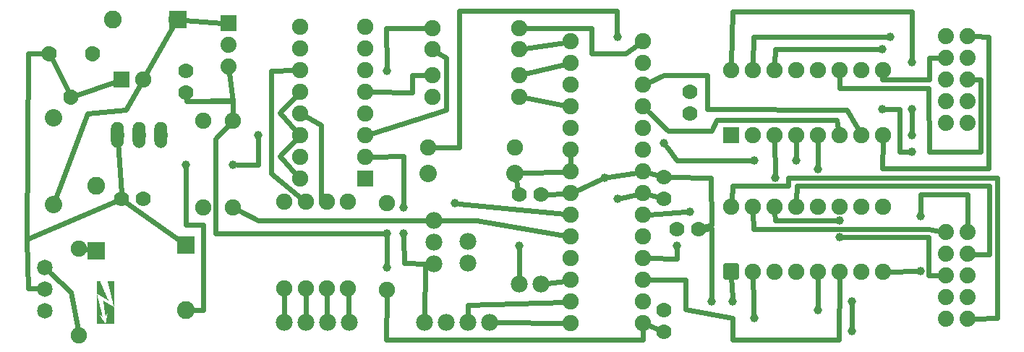
<source format=gbl>
G04 MADE WITH FRITZING*
G04 WWW.FRITZING.ORG*
G04 DOUBLE SIDED*
G04 HOLES PLATED*
G04 CONTOUR ON CENTER OF CONTOUR VECTOR*
%ASAXBY*%
%FSLAX23Y23*%
%MOIN*%
%OFA0B0*%
%SFA1.0B1.0*%
%ADD10C,0.039370*%
%ADD11C,0.070000*%
%ADD12C,0.082000*%
%ADD13C,0.078000*%
%ADD14C,0.075000*%
%ADD15C,0.074000*%
%ADD16C,0.060000*%
%ADD17C,0.080000*%
%ADD18C,0.071889*%
%ADD19C,0.071917*%
%ADD20R,0.082000X0.082000*%
%ADD21R,0.075000X0.075000*%
%ADD22C,0.024000*%
%ADD23C,0.020000*%
%ADD24R,0.001000X0.001000*%
%LNCOPPER0*%
G90*
G70*
G54D10*
X1686Y1277D03*
X2296Y470D03*
X1095Y982D03*
X977Y844D03*
X760Y844D03*
X3674Y825D03*
X2749Y1435D03*
X2749Y687D03*
X3182Y214D03*
X3083Y628D03*
X3477Y785D03*
X2965Y943D03*
X3379Y136D03*
X3674Y175D03*
X1764Y648D03*
X1764Y529D03*
X1686Y529D03*
X3969Y1100D03*
X3024Y470D03*
X2001Y667D03*
X2690Y785D03*
X1686Y372D03*
X4107Y1317D03*
G54D11*
X3022Y549D03*
X3123Y549D03*
X3083Y1081D03*
X3083Y1181D03*
G54D12*
X760Y475D03*
X760Y175D03*
G54D13*
X1512Y116D03*
X1412Y116D03*
X1312Y116D03*
X1212Y116D03*
X2396Y293D03*
X2296Y293D03*
X2060Y492D03*
X2060Y392D03*
X1902Y588D03*
X1902Y488D03*
X1902Y388D03*
G54D14*
X1876Y923D03*
X2276Y923D03*
X977Y1048D03*
X977Y648D03*
G54D15*
X4264Y1438D03*
X4364Y1438D03*
X4264Y1338D03*
X4364Y1338D03*
X4264Y1238D03*
X4364Y1238D03*
X4264Y1138D03*
X4364Y1138D03*
X4264Y1038D03*
X4364Y1038D03*
X4264Y533D03*
X4364Y533D03*
X4264Y433D03*
X4364Y433D03*
X4264Y333D03*
X4364Y333D03*
X4264Y233D03*
X4364Y233D03*
X4264Y133D03*
X4364Y133D03*
G54D13*
X1860Y116D03*
X1960Y116D03*
X2060Y116D03*
X2160Y116D03*
G54D14*
X2867Y113D03*
X2867Y213D03*
X2867Y313D03*
X2867Y413D03*
X2867Y513D03*
X2867Y613D03*
X2867Y713D03*
X2867Y813D03*
X2867Y913D03*
X2867Y1013D03*
X2867Y1113D03*
X2867Y1213D03*
X2867Y1313D03*
X2534Y1413D03*
X2534Y1313D03*
X2534Y1213D03*
X2534Y1113D03*
X2534Y1013D03*
X2534Y913D03*
X2534Y813D03*
X2534Y713D03*
X2534Y613D03*
X2534Y513D03*
X2534Y413D03*
X2534Y313D03*
X2534Y213D03*
X2534Y113D03*
X2867Y1413D03*
G54D15*
X957Y1497D03*
X957Y1397D03*
X957Y1297D03*
G54D14*
X1587Y781D03*
X1287Y781D03*
X1587Y881D03*
X1287Y881D03*
X1587Y981D03*
X1287Y981D03*
X1587Y1081D03*
X1287Y1081D03*
X1587Y1181D03*
X1287Y1181D03*
X1587Y1281D03*
X1287Y1281D03*
X1587Y1381D03*
X1287Y1381D03*
X1587Y1481D03*
X1287Y1481D03*
G54D11*
X331Y1356D03*
X131Y1356D03*
X231Y1156D03*
G54D14*
X3274Y352D03*
X3274Y652D03*
X3374Y352D03*
X3374Y652D03*
X3474Y352D03*
X3474Y652D03*
X3574Y352D03*
X3574Y652D03*
X3674Y352D03*
X3674Y652D03*
X3774Y352D03*
X3774Y652D03*
X3874Y352D03*
X3874Y652D03*
X3974Y352D03*
X3974Y652D03*
X3274Y982D03*
X3274Y1282D03*
X3374Y982D03*
X3374Y1282D03*
X3474Y982D03*
X3474Y1282D03*
X3574Y982D03*
X3574Y1282D03*
X3674Y982D03*
X3674Y1282D03*
X3774Y982D03*
X3774Y1282D03*
X3874Y982D03*
X3874Y1282D03*
X3974Y982D03*
X3974Y1282D03*
G54D12*
X721Y1514D03*
X423Y1514D03*
G54D16*
X646Y982D03*
X546Y982D03*
X446Y982D03*
G54D14*
X464Y1238D03*
X564Y1238D03*
G54D11*
X760Y1279D03*
X760Y1179D03*
G54D14*
X1213Y674D03*
X1213Y274D03*
X1312Y674D03*
X1312Y274D03*
X1410Y674D03*
X1410Y274D03*
X1508Y674D03*
X1508Y274D03*
X2296Y1159D03*
X1896Y1159D03*
X2296Y1258D03*
X1896Y1258D03*
X2296Y1376D03*
X1896Y1376D03*
X2296Y1474D03*
X1896Y1474D03*
G54D17*
X150Y1061D03*
X150Y661D03*
G54D14*
X839Y1048D03*
X839Y648D03*
G54D11*
X463Y687D03*
X564Y687D03*
G54D12*
X347Y448D03*
X347Y746D03*
G54D17*
X2276Y805D03*
X1876Y805D03*
G54D11*
X2396Y707D03*
X2296Y707D03*
X2965Y687D03*
X2965Y787D03*
G54D14*
X1686Y667D03*
X1686Y267D03*
G54D11*
X2965Y175D03*
X2965Y75D03*
G54D14*
X268Y457D03*
X268Y57D03*
G54D18*
X111Y172D03*
X111Y272D03*
G54D19*
X111Y372D03*
G54D10*
X4107Y982D03*
X4107Y1100D03*
X4008Y1435D03*
X4107Y903D03*
X3970Y1377D03*
X3379Y864D03*
X3575Y864D03*
X3279Y215D03*
X3831Y215D03*
X3831Y76D03*
X3772Y589D03*
X3772Y510D03*
X4146Y608D03*
X4146Y353D03*
G54D20*
X760Y475D03*
G54D21*
X1587Y781D03*
X3274Y982D03*
G54D20*
X722Y1514D03*
G54D21*
X464Y1238D03*
G54D20*
X347Y447D03*
G54D22*
X1685Y1474D02*
X1867Y1474D01*
D02*
X1686Y1296D02*
X1685Y1474D01*
D02*
X2506Y309D02*
X2426Y297D01*
D02*
X2296Y451D02*
X2296Y323D01*
D02*
X1095Y845D02*
X996Y844D01*
D02*
X1095Y963D02*
X1095Y845D01*
D02*
X761Y569D02*
X839Y569D01*
D02*
X839Y569D02*
X839Y174D01*
D02*
X839Y174D02*
X793Y175D01*
D02*
X760Y825D02*
X761Y569D01*
D02*
X1212Y146D02*
X1213Y245D01*
D02*
X4049Y904D02*
X4049Y1100D01*
D02*
X4088Y904D02*
X4049Y904D01*
D02*
X4049Y1100D02*
X3988Y1100D01*
D02*
X3674Y844D02*
X3674Y954D01*
D02*
X2894Y706D02*
X2940Y694D01*
D02*
X3148Y557D02*
X3182Y568D01*
D02*
X3182Y568D02*
X3181Y785D01*
D02*
X3181Y785D02*
X2991Y787D01*
D02*
X2767Y691D02*
X2839Y707D01*
D02*
X2747Y1553D02*
X2748Y1454D01*
D02*
X2019Y923D02*
X2021Y1553D01*
D02*
X1905Y923D02*
X2019Y923D01*
D02*
X2021Y1553D02*
X2747Y1553D01*
D02*
X3182Y233D02*
X3182Y550D01*
D02*
X3182Y550D02*
X3149Y549D01*
D02*
X3378Y215D02*
X3375Y324D01*
D02*
X3360Y864D02*
X3024Y864D01*
D02*
X3574Y954D02*
X3575Y883D01*
D02*
X3024Y864D02*
X2977Y928D01*
D02*
X3477Y804D02*
X3474Y954D01*
D02*
X2895Y615D02*
X3064Y627D01*
D02*
X3279Y747D02*
X3536Y747D01*
D02*
X4501Y785D02*
X4501Y136D01*
D02*
X3536Y785D02*
X4501Y785D01*
D02*
X3536Y747D02*
X3536Y785D01*
D02*
X3276Y681D02*
X3279Y747D01*
D02*
X3378Y215D02*
X3378Y155D01*
D02*
X1765Y884D02*
X1764Y667D01*
D02*
X1616Y881D02*
X1765Y884D01*
D02*
X3674Y194D02*
X3674Y324D01*
D02*
X4501Y136D02*
X4396Y133D01*
D02*
X1686Y510D02*
X1686Y391D01*
D02*
X1765Y510D02*
X1766Y392D01*
D02*
X1766Y392D02*
X1872Y389D01*
D02*
X2190Y116D02*
X2506Y113D01*
D02*
X1511Y146D02*
X1509Y245D01*
D02*
X1411Y146D02*
X1410Y245D01*
D02*
X2506Y1409D02*
X2324Y1380D01*
D02*
X2507Y1307D02*
X2324Y1264D01*
D02*
X1312Y146D02*
X1312Y245D01*
D02*
X2507Y1118D02*
X2324Y1154D01*
D02*
X2630Y1357D02*
X2629Y1474D01*
D02*
X2629Y1474D02*
X2325Y1474D01*
D02*
X2788Y1357D02*
X2630Y1357D01*
D02*
X2844Y1397D02*
X2788Y1357D01*
D02*
X2059Y146D02*
X2059Y196D01*
D02*
X2059Y196D02*
X2506Y212D01*
D02*
X1804Y1257D02*
X1867Y1257D01*
D02*
X1804Y1179D02*
X1804Y1257D01*
D02*
X1616Y1180D02*
X1804Y1179D01*
D02*
X4185Y1199D02*
X3773Y1199D01*
D02*
X4422Y903D02*
X4186Y903D01*
D02*
X4422Y1239D02*
X4422Y903D01*
D02*
X4186Y903D02*
X4185Y1199D01*
D02*
X4396Y1238D02*
X4422Y1239D01*
D02*
X3773Y1199D02*
X3773Y1254D01*
D02*
X4186Y1336D02*
X4186Y1237D01*
D02*
X4233Y1337D02*
X4186Y1336D01*
D02*
X3970Y1238D02*
X3972Y1254D01*
D02*
X4186Y1237D02*
X3970Y1238D01*
D02*
X4461Y1435D02*
X4460Y826D01*
D02*
X3970Y826D02*
X3973Y954D01*
D02*
X4460Y826D02*
X3970Y826D01*
D02*
X1312Y1066D02*
X1383Y1026D01*
D02*
X1383Y1026D02*
X1383Y690D01*
D02*
X1383Y690D02*
X1386Y688D01*
D02*
X2291Y732D02*
X2282Y775D01*
D02*
X2506Y812D02*
X2307Y806D01*
D02*
X2534Y885D02*
X2534Y841D01*
D02*
X3280Y136D02*
X3280Y38D01*
D02*
X3280Y38D02*
X3771Y38D01*
D02*
X3062Y176D02*
X3280Y136D01*
D02*
X3062Y314D02*
X3062Y176D01*
D02*
X2895Y313D02*
X3062Y314D01*
D02*
X3771Y38D02*
X3774Y324D01*
D02*
X1615Y989D02*
X1959Y1098D01*
D02*
X1959Y1098D02*
X1959Y1338D01*
D02*
X1959Y1338D02*
X1920Y1361D01*
D02*
X1259Y1280D02*
X1153Y1279D01*
D02*
X1153Y1279D02*
X1155Y805D01*
D02*
X1155Y805D02*
X1290Y692D01*
D02*
X2887Y1094D02*
X2985Y1002D01*
D02*
X2985Y1002D02*
X3182Y1002D01*
D02*
X3182Y1002D02*
X3207Y1050D01*
D02*
X3207Y1050D02*
X3759Y1050D01*
D02*
X3759Y1050D02*
X3768Y1010D01*
D02*
X3023Y412D02*
X3024Y451D01*
D02*
X2895Y413D02*
X3023Y412D01*
D02*
X2892Y1225D02*
X2964Y1259D01*
D02*
X2964Y1259D02*
X3162Y1258D01*
D02*
X3162Y1258D02*
X3162Y1101D01*
D02*
X3162Y1101D02*
X3807Y1098D01*
D02*
X3807Y1098D02*
X3860Y1007D01*
D02*
X2099Y588D02*
X1932Y588D01*
D02*
X2507Y518D02*
X2099Y588D01*
D02*
X1003Y635D02*
X1095Y589D01*
D02*
X1095Y589D02*
X1872Y589D01*
D02*
X927Y1499D02*
X753Y1511D01*
D02*
X578Y1263D02*
X705Y1486D01*
D02*
X161Y690D02*
X308Y1081D01*
D02*
X485Y1099D02*
X550Y1213D01*
D02*
X308Y1081D02*
X485Y1099D01*
D02*
X297Y454D02*
X315Y452D01*
D02*
X135Y349D02*
X231Y258D01*
D02*
X231Y258D02*
X263Y85D01*
D02*
X2506Y616D02*
X2020Y665D01*
D02*
X2893Y103D02*
X2941Y84D01*
D02*
X978Y1140D02*
X977Y1076D01*
D02*
X762Y1139D02*
X978Y1140D01*
D02*
X761Y1153D02*
X762Y1139D01*
D02*
X762Y1139D02*
X761Y1153D01*
D02*
X976Y1139D02*
X762Y1139D01*
D02*
X961Y1267D02*
X976Y1139D01*
D02*
X1667Y529D02*
X897Y528D01*
D02*
X898Y963D02*
X958Y1027D01*
D02*
X897Y528D02*
X898Y963D01*
D02*
X1193Y1084D02*
X1267Y1160D01*
D02*
X1268Y1002D02*
X1193Y1084D01*
D02*
X1194Y885D02*
X1267Y960D01*
D02*
X1268Y802D02*
X1194Y885D01*
D02*
X28Y502D02*
X439Y677D01*
D02*
X32Y275D02*
X28Y502D01*
D02*
X78Y273D02*
X32Y275D01*
D02*
X485Y672D02*
X734Y494D01*
D02*
X462Y713D02*
X447Y951D01*
D02*
X142Y1333D02*
X219Y1180D01*
D02*
X32Y1357D02*
X104Y1357D01*
D02*
X28Y502D02*
X32Y1357D01*
D02*
X255Y1165D02*
X437Y1229D01*
D02*
X2894Y806D02*
X2940Y794D01*
D02*
X2839Y809D02*
X2708Y788D01*
D02*
X2672Y777D02*
X2560Y725D01*
D02*
X2506Y712D02*
X2422Y708D01*
D02*
X4107Y1552D02*
X4107Y1336D01*
D02*
X3281Y1552D02*
X4107Y1552D01*
D02*
X3275Y1311D02*
X3281Y1552D01*
D02*
X1684Y36D02*
X2866Y36D01*
D02*
X2866Y36D02*
X2866Y85D01*
D02*
X1686Y239D02*
X1684Y36D01*
D02*
X1862Y371D02*
X1875Y376D01*
D02*
X1860Y146D02*
X1862Y371D01*
D02*
X4107Y1001D02*
X4107Y1081D01*
D02*
X3989Y1435D02*
X3378Y1435D01*
D02*
X3378Y1435D02*
X3375Y1311D01*
D02*
X3951Y1377D02*
X3477Y1377D01*
D02*
X3477Y1377D02*
X3475Y1311D01*
D02*
X4395Y1437D02*
X4461Y1435D01*
D02*
X3279Y234D02*
X3275Y324D01*
D02*
X3831Y95D02*
X3831Y196D01*
D02*
X4462Y430D02*
X4396Y432D01*
D02*
X3576Y747D02*
X4462Y747D01*
D02*
X4462Y747D02*
X4462Y430D01*
D02*
X3574Y681D02*
X3576Y747D01*
D02*
X3378Y549D02*
X3375Y624D01*
D02*
X4185Y549D02*
X3378Y549D01*
D02*
X4234Y539D02*
X4185Y549D01*
D02*
X3477Y589D02*
X3475Y624D01*
D02*
X3753Y589D02*
X3477Y589D01*
D02*
X4185Y510D02*
X3791Y510D01*
D02*
X4185Y333D02*
X4185Y510D01*
D02*
X4233Y333D02*
X4185Y333D01*
D02*
X4127Y353D02*
X4002Y352D01*
D02*
X4146Y707D02*
X4146Y627D01*
D02*
X4363Y707D02*
X4146Y707D01*
D02*
X4364Y564D02*
X4363Y707D01*
G36*
X429Y308D02*
X429Y191D01*
X428Y191D01*
X428Y194D01*
X427Y194D01*
X427Y197D01*
X427Y197D01*
X427Y200D01*
X426Y200D01*
X426Y202D01*
X425Y202D01*
X425Y203D01*
X426Y203D01*
X426Y203D01*
X425Y203D01*
X425Y206D01*
X424Y206D01*
X424Y209D01*
X424Y209D01*
X424Y213D01*
X423Y213D01*
X423Y214D01*
X422Y214D01*
X422Y215D01*
X423Y215D01*
X423Y216D01*
X422Y216D01*
X422Y218D01*
X421Y218D01*
X421Y222D01*
X421Y222D01*
X421Y223D01*
X420Y223D01*
X420Y224D01*
X421Y224D01*
X421Y225D01*
X420Y225D01*
X420Y226D01*
X419Y226D01*
X419Y227D01*
X420Y227D01*
X420Y228D01*
X419Y228D01*
X419Y229D01*
X418Y229D01*
X418Y230D01*
X419Y230D01*
X419Y231D01*
X418Y231D01*
X418Y233D01*
X417Y233D01*
X417Y233D01*
X418Y233D01*
X418Y234D01*
X417Y234D01*
X417Y236D01*
X417Y236D01*
X417Y239D01*
X416Y239D01*
X416Y243D01*
X415Y243D01*
X415Y246D01*
X414Y246D01*
X414Y249D01*
X414Y249D01*
X414Y252D01*
X413Y252D01*
X413Y255D01*
X412Y255D01*
X412Y258D01*
X411Y258D01*
X411Y261D01*
X411Y261D01*
X411Y264D01*
X410Y264D01*
X410Y267D01*
X409Y267D01*
X409Y270D01*
X408Y270D01*
X408Y273D01*
X407Y273D01*
X407Y276D01*
X407Y276D01*
X407Y279D01*
X406Y279D01*
X406Y281D01*
X405Y281D01*
X405Y282D01*
X406Y282D01*
X406Y283D01*
X405Y283D01*
X405Y285D01*
X404Y285D01*
X404Y288D01*
X404Y288D01*
X404Y291D01*
X403Y291D01*
X403Y294D01*
X402Y294D01*
X402Y297D01*
X401Y297D01*
X401Y300D01*
X401Y300D01*
X401Y303D01*
X400Y303D01*
X400Y306D01*
X399Y306D01*
X399Y308D01*
X429Y308D01*
G37*
D02*
G36*
X364Y308D02*
X364Y307D01*
X365Y307D01*
X365Y306D01*
X366Y306D01*
X366Y303D01*
X367Y303D01*
X367Y302D01*
X367Y302D01*
X367Y300D01*
X368Y300D01*
X368Y298D01*
X369Y298D01*
X369Y296D01*
X370Y296D01*
X370Y295D01*
X371Y295D01*
X371Y293D01*
X371Y293D01*
X371Y291D01*
X372Y291D01*
X372Y289D01*
X373Y289D01*
X373Y288D01*
X374Y288D01*
X374Y286D01*
X374Y286D01*
X374Y284D01*
X375Y284D01*
X375Y283D01*
X376Y283D01*
X376Y280D01*
X377Y280D01*
X377Y279D01*
X377Y279D01*
X377Y277D01*
X378Y277D01*
X378Y275D01*
X379Y275D01*
X379Y273D01*
X380Y273D01*
X380Y272D01*
X381Y272D01*
X381Y270D01*
X381Y270D01*
X381Y268D01*
X382Y268D01*
X382Y266D01*
X383Y266D01*
X383Y265D01*
X384Y265D01*
X384Y263D01*
X384Y263D01*
X384Y261D01*
X385Y261D01*
X385Y259D01*
X386Y259D01*
X386Y258D01*
X387Y258D01*
X387Y256D01*
X387Y256D01*
X387Y254D01*
X388Y254D01*
X388Y253D01*
X389Y253D01*
X389Y250D01*
X390Y250D01*
X390Y249D01*
X391Y249D01*
X391Y247D01*
X391Y247D01*
X391Y245D01*
X392Y245D01*
X392Y243D01*
X393Y243D01*
X393Y242D01*
X394Y242D01*
X394Y240D01*
X394Y240D01*
X394Y238D01*
X395Y238D01*
X395Y236D01*
X396Y236D01*
X396Y235D01*
X397Y235D01*
X397Y233D01*
X397Y233D01*
X397Y231D01*
X398Y231D01*
X398Y229D01*
X399Y229D01*
X399Y227D01*
X400Y227D01*
X400Y226D01*
X401Y226D01*
X401Y224D01*
X401Y224D01*
X401Y223D01*
X402Y223D01*
X402Y220D01*
X403Y220D01*
X403Y219D01*
X401Y219D01*
X401Y219D01*
X401Y219D01*
X401Y220D01*
X399Y220D01*
X399Y221D01*
X397Y221D01*
X397Y222D01*
X396Y222D01*
X396Y223D01*
X395Y223D01*
X395Y223D01*
X394Y223D01*
X394Y224D01*
X393Y224D01*
X393Y225D01*
X391Y225D01*
X391Y226D01*
X390Y226D01*
X390Y226D01*
X389Y226D01*
X389Y227D01*
X387Y227D01*
X387Y228D01*
X386Y228D01*
X386Y229D01*
X384Y229D01*
X384Y229D01*
X384Y229D01*
X384Y230D01*
X382Y230D01*
X382Y231D01*
X381Y231D01*
X381Y232D01*
X380Y232D01*
X380Y233D01*
X378Y233D01*
X378Y233D01*
X377Y233D01*
X377Y234D01*
X376Y234D01*
X376Y235D01*
X374Y235D01*
X374Y236D01*
X373Y236D01*
X373Y236D01*
X372Y236D01*
X372Y237D01*
X371Y237D01*
X371Y238D01*
X369Y238D01*
X369Y239D01*
X368Y239D01*
X368Y239D01*
X367Y239D01*
X367Y240D01*
X365Y240D01*
X365Y241D01*
X364Y241D01*
X364Y242D01*
X363Y242D01*
X363Y243D01*
X361Y243D01*
X361Y243D01*
X360Y243D01*
X360Y244D01*
X359Y244D01*
X359Y245D01*
X357Y245D01*
X357Y246D01*
X356Y246D01*
X356Y246D01*
X355Y246D01*
X355Y247D01*
X354Y247D01*
X354Y248D01*
X352Y248D01*
X352Y249D01*
X351Y249D01*
X351Y308D01*
X364Y308D01*
G37*
D02*
G36*
X351Y247D02*
X351Y244D01*
X352Y244D01*
X352Y241D01*
X353Y241D01*
X353Y238D01*
X354Y238D01*
X354Y235D01*
X354Y235D01*
X354Y232D01*
X355Y232D01*
X355Y229D01*
X356Y229D01*
X356Y226D01*
X357Y226D01*
X357Y223D01*
X357Y223D01*
X357Y219D01*
X358Y219D01*
X358Y216D01*
X359Y216D01*
X359Y213D01*
X360Y213D01*
X360Y210D01*
X361Y210D01*
X361Y207D01*
X361Y207D01*
X361Y204D01*
X362Y204D01*
X362Y201D01*
X363Y201D01*
X363Y198D01*
X364Y198D01*
X364Y196D01*
X364Y196D01*
X364Y195D01*
X364Y195D01*
X364Y194D01*
X364Y194D01*
X364Y193D01*
X365Y193D01*
X365Y189D01*
X366Y189D01*
X366Y186D01*
X367Y186D01*
X367Y186D01*
X366Y186D01*
X366Y185D01*
X367Y185D01*
X367Y183D01*
X367Y183D01*
X367Y180D01*
X368Y180D01*
X368Y177D01*
X369Y177D01*
X369Y174D01*
X370Y174D01*
X370Y171D01*
X371Y171D01*
X371Y168D01*
X371Y168D01*
X371Y165D01*
X372Y165D01*
X372Y162D01*
X373Y162D01*
X373Y159D01*
X374Y159D01*
X374Y156D01*
X374Y156D01*
X374Y153D01*
X363Y153D01*
X363Y151D01*
X364Y151D01*
X364Y149D01*
X364Y149D01*
X364Y149D01*
X365Y149D01*
X365Y147D01*
X366Y147D01*
X366Y146D01*
X367Y146D01*
X367Y145D01*
X367Y145D01*
X367Y144D01*
X368Y144D01*
X368Y143D01*
X369Y143D01*
X369Y142D01*
X370Y142D01*
X370Y140D01*
X371Y140D01*
X371Y139D01*
X371Y139D01*
X371Y138D01*
X372Y138D01*
X372Y137D01*
X373Y137D01*
X373Y136D01*
X374Y136D01*
X374Y134D01*
X374Y134D01*
X374Y133D01*
X375Y133D01*
X375Y132D01*
X376Y132D01*
X376Y131D01*
X377Y131D01*
X377Y130D01*
X377Y130D01*
X377Y129D01*
X378Y129D01*
X378Y127D01*
X379Y127D01*
X379Y126D01*
X380Y126D01*
X380Y125D01*
X381Y125D01*
X381Y124D01*
X381Y124D01*
X381Y123D01*
X382Y123D01*
X382Y122D01*
X383Y122D01*
X383Y120D01*
X384Y120D01*
X384Y120D01*
X384Y120D01*
X384Y118D01*
X385Y118D01*
X385Y117D01*
X386Y117D01*
X386Y116D01*
X387Y116D01*
X387Y115D01*
X387Y115D01*
X387Y113D01*
X388Y113D01*
X388Y113D01*
X389Y113D01*
X389Y112D01*
X390Y112D01*
X390Y111D01*
X351Y111D01*
X351Y247D01*
X351Y247D01*
G37*
D02*
G36*
X375Y153D02*
X375Y149D01*
X376Y149D01*
X376Y146D01*
X377Y146D01*
X377Y145D01*
X375Y145D01*
X375Y146D01*
X374Y146D01*
X374Y146D01*
X373Y146D01*
X373Y147D01*
X371Y147D01*
X371Y148D01*
X370Y148D01*
X370Y149D01*
X369Y149D01*
X369Y149D01*
X367Y149D01*
X367Y150D01*
X366Y150D01*
X366Y151D01*
X364Y151D01*
X364Y152D01*
X364Y152D01*
X364Y153D01*
X375Y153D01*
G37*
D02*
G36*
X404Y219D02*
X404Y218D01*
X403Y218D01*
X403Y219D01*
X404Y219D01*
G37*
D02*
G36*
X381Y217D02*
X381Y216D01*
X381Y216D01*
X381Y216D01*
X383Y216D01*
X383Y215D01*
X384Y215D01*
X384Y214D01*
X386Y214D01*
X386Y213D01*
X387Y213D01*
X387Y213D01*
X388Y213D01*
X388Y212D01*
X390Y212D01*
X390Y211D01*
X391Y211D01*
X391Y210D01*
X392Y210D01*
X392Y209D01*
X394Y209D01*
X394Y209D01*
X394Y209D01*
X394Y208D01*
X396Y208D01*
X396Y207D01*
X397Y207D01*
X397Y206D01*
X399Y206D01*
X399Y206D01*
X400Y206D01*
X400Y205D01*
X401Y205D01*
X401Y204D01*
X403Y204D01*
X403Y203D01*
X404Y203D01*
X404Y203D01*
X405Y203D01*
X405Y202D01*
X407Y202D01*
X407Y201D01*
X408Y201D01*
X408Y200D01*
X410Y200D01*
X410Y199D01*
X411Y199D01*
X411Y199D01*
X412Y199D01*
X412Y198D01*
X414Y198D01*
X414Y197D01*
X414Y197D01*
X414Y196D01*
X416Y196D01*
X416Y196D01*
X417Y196D01*
X417Y195D01*
X419Y195D01*
X419Y194D01*
X420Y194D01*
X420Y193D01*
X421Y193D01*
X421Y193D01*
X423Y193D01*
X423Y192D01*
X424Y192D01*
X424Y191D01*
X426Y191D01*
X426Y190D01*
X427Y190D01*
X427Y189D01*
X428Y189D01*
X428Y189D01*
X429Y189D01*
X429Y159D01*
X399Y159D01*
X399Y158D01*
X398Y158D01*
X398Y157D01*
X397Y157D01*
X397Y156D01*
X397Y156D01*
X397Y156D01*
X396Y156D01*
X396Y154D01*
X395Y154D01*
X395Y153D01*
X394Y153D01*
X394Y153D01*
X394Y153D01*
X394Y151D01*
X393Y151D01*
X393Y150D01*
X392Y150D01*
X392Y149D01*
X391Y149D01*
X391Y148D01*
X391Y148D01*
X391Y147D01*
X390Y147D01*
X390Y148D01*
X389Y148D01*
X389Y153D01*
X388Y153D01*
X388Y153D01*
X389Y153D01*
X389Y154D01*
X388Y154D01*
X388Y157D01*
X387Y157D01*
X387Y158D01*
X388Y158D01*
X388Y159D01*
X387Y159D01*
X387Y164D01*
X387Y164D01*
X387Y168D01*
X386Y168D01*
X386Y169D01*
X387Y169D01*
X387Y169D01*
X386Y169D01*
X386Y173D01*
X385Y173D01*
X385Y174D01*
X386Y174D01*
X386Y175D01*
X385Y175D01*
X385Y179D01*
X384Y179D01*
X384Y179D01*
X385Y179D01*
X385Y180D01*
X384Y180D01*
X384Y184D01*
X384Y184D01*
X384Y185D01*
X384Y185D01*
X384Y186D01*
X384Y186D01*
X384Y189D01*
X383Y189D01*
X383Y190D01*
X384Y190D01*
X384Y191D01*
X383Y191D01*
X383Y196D01*
X382Y196D01*
X382Y201D01*
X381Y201D01*
X381Y206D01*
X381Y206D01*
X381Y212D01*
X380Y212D01*
X380Y216D01*
X379Y216D01*
X379Y216D01*
X380Y216D01*
X380Y217D01*
X381Y217D01*
G37*
D02*
G36*
X429Y159D02*
X429Y111D01*
X391Y111D01*
X391Y115D01*
X391Y115D01*
X391Y119D01*
X392Y119D01*
X392Y123D01*
X393Y123D01*
X393Y126D01*
X394Y126D01*
X394Y130D01*
X394Y130D01*
X394Y133D01*
X395Y133D01*
X395Y133D01*
X394Y133D01*
X394Y134D01*
X395Y134D01*
X395Y138D01*
X396Y138D01*
X396Y140D01*
X397Y140D01*
X397Y141D01*
X396Y141D01*
X396Y142D01*
X397Y142D01*
X397Y144D01*
X397Y144D01*
X397Y145D01*
X397Y145D01*
X397Y146D01*
X397Y146D01*
X397Y149D01*
X398Y149D01*
X398Y153D01*
X399Y153D01*
X399Y156D01*
X400Y156D01*
X400Y159D01*
X429Y159D01*
G37*
D02*
G36*
X390Y147D02*
X390Y146D01*
X389Y146D01*
X389Y147D01*
X390Y147D01*
G37*
D02*
G54D23*
X3246Y380D02*
X3301Y380D01*
X3301Y325D01*
X3246Y325D01*
X3246Y380D01*
D02*
G54D24*
X920Y1534D02*
X993Y1534D01*
X920Y1533D02*
X993Y1533D01*
X920Y1532D02*
X993Y1532D01*
X920Y1531D02*
X993Y1531D01*
X920Y1530D02*
X993Y1530D01*
X920Y1529D02*
X993Y1529D01*
X920Y1528D02*
X993Y1528D01*
X920Y1527D02*
X993Y1527D01*
X920Y1526D02*
X993Y1526D01*
X920Y1525D02*
X993Y1525D01*
X920Y1524D02*
X993Y1524D01*
X920Y1523D02*
X993Y1523D01*
X920Y1522D02*
X993Y1522D01*
X920Y1521D02*
X993Y1521D01*
X920Y1520D02*
X993Y1520D01*
X920Y1519D02*
X993Y1519D01*
X920Y1518D02*
X993Y1518D01*
X920Y1517D02*
X993Y1517D01*
X920Y1516D02*
X951Y1516D01*
X963Y1516D02*
X993Y1516D01*
X920Y1515D02*
X948Y1515D01*
X965Y1515D02*
X993Y1515D01*
X920Y1514D02*
X946Y1514D01*
X967Y1514D02*
X993Y1514D01*
X920Y1513D02*
X945Y1513D01*
X969Y1513D02*
X993Y1513D01*
X920Y1512D02*
X943Y1512D01*
X970Y1512D02*
X993Y1512D01*
X920Y1511D02*
X942Y1511D01*
X971Y1511D02*
X993Y1511D01*
X920Y1510D02*
X941Y1510D01*
X972Y1510D02*
X993Y1510D01*
X920Y1509D02*
X941Y1509D01*
X973Y1509D02*
X993Y1509D01*
X920Y1508D02*
X940Y1508D01*
X974Y1508D02*
X993Y1508D01*
X920Y1507D02*
X939Y1507D01*
X974Y1507D02*
X993Y1507D01*
X920Y1506D02*
X939Y1506D01*
X975Y1506D02*
X993Y1506D01*
X920Y1505D02*
X938Y1505D01*
X975Y1505D02*
X993Y1505D01*
X920Y1504D02*
X938Y1504D01*
X976Y1504D02*
X993Y1504D01*
X920Y1503D02*
X937Y1503D01*
X976Y1503D02*
X993Y1503D01*
X920Y1502D02*
X937Y1502D01*
X976Y1502D02*
X993Y1502D01*
X920Y1501D02*
X937Y1501D01*
X976Y1501D02*
X993Y1501D01*
X920Y1500D02*
X937Y1500D01*
X977Y1500D02*
X993Y1500D01*
X920Y1499D02*
X937Y1499D01*
X977Y1499D02*
X993Y1499D01*
X920Y1498D02*
X937Y1498D01*
X977Y1498D02*
X993Y1498D01*
X920Y1497D02*
X937Y1497D01*
X977Y1497D02*
X993Y1497D01*
X920Y1496D02*
X937Y1496D01*
X977Y1496D02*
X993Y1496D01*
X920Y1495D02*
X937Y1495D01*
X977Y1495D02*
X993Y1495D01*
X920Y1494D02*
X937Y1494D01*
X977Y1494D02*
X993Y1494D01*
X920Y1493D02*
X937Y1493D01*
X976Y1493D02*
X993Y1493D01*
X920Y1492D02*
X937Y1492D01*
X976Y1492D02*
X993Y1492D01*
X920Y1491D02*
X938Y1491D01*
X976Y1491D02*
X993Y1491D01*
X920Y1490D02*
X938Y1490D01*
X975Y1490D02*
X993Y1490D01*
X920Y1489D02*
X938Y1489D01*
X975Y1489D02*
X993Y1489D01*
X920Y1488D02*
X939Y1488D01*
X974Y1488D02*
X993Y1488D01*
X920Y1487D02*
X939Y1487D01*
X974Y1487D02*
X993Y1487D01*
X920Y1486D02*
X940Y1486D01*
X973Y1486D02*
X993Y1486D01*
X920Y1485D02*
X941Y1485D01*
X973Y1485D02*
X993Y1485D01*
X920Y1484D02*
X942Y1484D01*
X972Y1484D02*
X993Y1484D01*
X920Y1483D02*
X943Y1483D01*
X971Y1483D02*
X993Y1483D01*
X920Y1482D02*
X944Y1482D01*
X970Y1482D02*
X993Y1482D01*
X920Y1481D02*
X945Y1481D01*
X968Y1481D02*
X993Y1481D01*
X920Y1480D02*
X947Y1480D01*
X967Y1480D02*
X993Y1480D01*
X920Y1479D02*
X949Y1479D01*
X965Y1479D02*
X993Y1479D01*
X920Y1478D02*
X952Y1478D01*
X961Y1478D02*
X993Y1478D01*
X920Y1477D02*
X993Y1477D01*
X920Y1476D02*
X993Y1476D01*
X920Y1475D02*
X993Y1475D01*
X920Y1474D02*
X993Y1474D01*
X920Y1473D02*
X993Y1473D01*
X920Y1472D02*
X993Y1472D01*
X920Y1471D02*
X993Y1471D01*
X920Y1470D02*
X993Y1470D01*
X920Y1469D02*
X993Y1469D01*
X920Y1468D02*
X993Y1468D01*
X920Y1467D02*
X993Y1467D01*
X920Y1466D02*
X993Y1466D01*
X920Y1465D02*
X993Y1465D01*
X920Y1464D02*
X993Y1464D01*
X920Y1463D02*
X993Y1463D01*
X920Y1462D02*
X993Y1462D01*
X920Y1461D02*
X993Y1461D01*
X127Y1391D02*
X133Y1391D01*
X327Y1391D02*
X333Y1391D01*
X122Y1390D02*
X138Y1390D01*
X322Y1390D02*
X338Y1390D01*
X119Y1389D02*
X141Y1389D01*
X319Y1389D02*
X341Y1389D01*
X116Y1388D02*
X144Y1388D01*
X316Y1388D02*
X344Y1388D01*
X114Y1387D02*
X146Y1387D01*
X314Y1387D02*
X346Y1387D01*
X112Y1386D02*
X148Y1386D01*
X312Y1386D02*
X348Y1386D01*
X111Y1385D02*
X149Y1385D01*
X311Y1385D02*
X349Y1385D01*
X109Y1384D02*
X151Y1384D01*
X309Y1384D02*
X351Y1384D01*
X108Y1383D02*
X152Y1383D01*
X308Y1383D02*
X352Y1383D01*
X107Y1382D02*
X153Y1382D01*
X307Y1382D02*
X353Y1382D01*
X106Y1381D02*
X154Y1381D01*
X306Y1381D02*
X354Y1381D01*
X105Y1380D02*
X155Y1380D01*
X305Y1380D02*
X355Y1380D01*
X104Y1379D02*
X156Y1379D01*
X304Y1379D02*
X356Y1379D01*
X103Y1378D02*
X157Y1378D01*
X303Y1378D02*
X357Y1378D01*
X102Y1377D02*
X158Y1377D01*
X302Y1377D02*
X358Y1377D01*
X102Y1376D02*
X158Y1376D01*
X302Y1376D02*
X358Y1376D01*
X101Y1375D02*
X159Y1375D01*
X301Y1375D02*
X359Y1375D01*
X101Y1374D02*
X160Y1374D01*
X301Y1374D02*
X359Y1374D01*
X100Y1373D02*
X160Y1373D01*
X300Y1373D02*
X360Y1373D01*
X99Y1372D02*
X161Y1372D01*
X299Y1372D02*
X361Y1372D01*
X99Y1371D02*
X126Y1371D01*
X134Y1371D02*
X161Y1371D01*
X299Y1371D02*
X326Y1371D01*
X334Y1371D02*
X361Y1371D01*
X99Y1370D02*
X123Y1370D01*
X137Y1370D02*
X162Y1370D01*
X299Y1370D02*
X323Y1370D01*
X337Y1370D02*
X361Y1370D01*
X98Y1369D02*
X121Y1369D01*
X139Y1369D02*
X162Y1369D01*
X298Y1369D02*
X321Y1369D01*
X339Y1369D02*
X362Y1369D01*
X98Y1368D02*
X120Y1368D01*
X140Y1368D02*
X162Y1368D01*
X298Y1368D02*
X320Y1368D01*
X340Y1368D02*
X362Y1368D01*
X97Y1367D02*
X119Y1367D01*
X141Y1367D02*
X163Y1367D01*
X297Y1367D02*
X319Y1367D01*
X341Y1367D02*
X363Y1367D01*
X97Y1366D02*
X118Y1366D01*
X142Y1366D02*
X163Y1366D01*
X297Y1366D02*
X318Y1366D01*
X342Y1366D02*
X363Y1366D01*
X97Y1365D02*
X117Y1365D01*
X143Y1365D02*
X163Y1365D01*
X297Y1365D02*
X317Y1365D01*
X343Y1365D02*
X363Y1365D01*
X97Y1364D02*
X117Y1364D01*
X143Y1364D02*
X164Y1364D01*
X297Y1364D02*
X317Y1364D01*
X343Y1364D02*
X363Y1364D01*
X96Y1363D02*
X116Y1363D01*
X144Y1363D02*
X164Y1363D01*
X296Y1363D02*
X316Y1363D01*
X344Y1363D02*
X364Y1363D01*
X96Y1362D02*
X115Y1362D01*
X145Y1362D02*
X164Y1362D01*
X296Y1362D02*
X315Y1362D01*
X345Y1362D02*
X364Y1362D01*
X96Y1361D02*
X115Y1361D01*
X145Y1361D02*
X164Y1361D01*
X296Y1361D02*
X315Y1361D01*
X345Y1361D02*
X364Y1361D01*
X96Y1360D02*
X115Y1360D01*
X145Y1360D02*
X164Y1360D01*
X296Y1360D02*
X315Y1360D01*
X345Y1360D02*
X364Y1360D01*
X96Y1359D02*
X115Y1359D01*
X145Y1359D02*
X164Y1359D01*
X296Y1359D02*
X315Y1359D01*
X345Y1359D02*
X364Y1359D01*
X96Y1358D02*
X115Y1358D01*
X145Y1358D02*
X164Y1358D01*
X296Y1358D02*
X315Y1358D01*
X345Y1358D02*
X364Y1358D01*
X96Y1357D02*
X115Y1357D01*
X145Y1357D02*
X164Y1357D01*
X296Y1357D02*
X315Y1357D01*
X345Y1357D02*
X364Y1357D01*
X96Y1356D02*
X115Y1356D01*
X145Y1356D02*
X164Y1356D01*
X296Y1356D02*
X315Y1356D01*
X345Y1356D02*
X364Y1356D01*
X96Y1355D02*
X115Y1355D01*
X145Y1355D02*
X164Y1355D01*
X296Y1355D02*
X315Y1355D01*
X345Y1355D02*
X364Y1355D01*
X96Y1354D02*
X115Y1354D01*
X145Y1354D02*
X164Y1354D01*
X296Y1354D02*
X315Y1354D01*
X345Y1354D02*
X364Y1354D01*
X96Y1353D02*
X115Y1353D01*
X145Y1353D02*
X164Y1353D01*
X296Y1353D02*
X315Y1353D01*
X345Y1353D02*
X364Y1353D01*
X96Y1352D02*
X115Y1352D01*
X145Y1352D02*
X164Y1352D01*
X296Y1352D02*
X315Y1352D01*
X345Y1352D02*
X364Y1352D01*
X96Y1351D02*
X115Y1351D01*
X145Y1351D02*
X164Y1351D01*
X296Y1351D02*
X315Y1351D01*
X345Y1351D02*
X364Y1351D01*
X96Y1350D02*
X116Y1350D01*
X144Y1350D02*
X164Y1350D01*
X296Y1350D02*
X316Y1350D01*
X344Y1350D02*
X364Y1350D01*
X96Y1349D02*
X116Y1349D01*
X144Y1349D02*
X164Y1349D01*
X296Y1349D02*
X316Y1349D01*
X344Y1349D02*
X364Y1349D01*
X97Y1348D02*
X117Y1348D01*
X143Y1348D02*
X163Y1348D01*
X297Y1348D02*
X317Y1348D01*
X343Y1348D02*
X363Y1348D01*
X97Y1347D02*
X118Y1347D01*
X142Y1347D02*
X163Y1347D01*
X297Y1347D02*
X318Y1347D01*
X342Y1347D02*
X363Y1347D01*
X97Y1346D02*
X119Y1346D01*
X141Y1346D02*
X163Y1346D01*
X297Y1346D02*
X319Y1346D01*
X341Y1346D02*
X363Y1346D01*
X98Y1345D02*
X120Y1345D01*
X140Y1345D02*
X162Y1345D01*
X298Y1345D02*
X320Y1345D01*
X340Y1345D02*
X362Y1345D01*
X98Y1344D02*
X121Y1344D01*
X139Y1344D02*
X162Y1344D01*
X298Y1344D02*
X321Y1344D01*
X339Y1344D02*
X362Y1344D01*
X98Y1343D02*
X122Y1343D01*
X138Y1343D02*
X162Y1343D01*
X298Y1343D02*
X322Y1343D01*
X338Y1343D02*
X362Y1343D01*
X99Y1342D02*
X125Y1342D01*
X135Y1342D02*
X161Y1342D01*
X299Y1342D02*
X325Y1342D01*
X335Y1342D02*
X361Y1342D01*
X99Y1341D02*
X161Y1341D01*
X299Y1341D02*
X361Y1341D01*
X100Y1340D02*
X160Y1340D01*
X300Y1340D02*
X360Y1340D01*
X100Y1339D02*
X160Y1339D01*
X300Y1339D02*
X360Y1339D01*
X101Y1338D02*
X159Y1338D01*
X301Y1338D02*
X359Y1338D01*
X101Y1337D02*
X159Y1337D01*
X301Y1337D02*
X359Y1337D01*
X102Y1336D02*
X158Y1336D01*
X302Y1336D02*
X358Y1336D01*
X103Y1335D02*
X157Y1335D01*
X303Y1335D02*
X357Y1335D01*
X104Y1334D02*
X156Y1334D01*
X304Y1334D02*
X356Y1334D01*
X104Y1333D02*
X156Y1333D01*
X304Y1333D02*
X356Y1333D01*
X105Y1332D02*
X155Y1332D01*
X305Y1332D02*
X355Y1332D01*
X106Y1331D02*
X154Y1331D01*
X306Y1331D02*
X354Y1331D01*
X108Y1330D02*
X153Y1330D01*
X307Y1330D02*
X353Y1330D01*
X109Y1329D02*
X151Y1329D01*
X309Y1329D02*
X351Y1329D01*
X110Y1328D02*
X150Y1328D01*
X310Y1328D02*
X350Y1328D01*
X112Y1327D02*
X148Y1327D01*
X312Y1327D02*
X348Y1327D01*
X113Y1326D02*
X147Y1326D01*
X313Y1326D02*
X347Y1326D01*
X115Y1325D02*
X145Y1325D01*
X315Y1325D02*
X345Y1325D01*
X118Y1324D02*
X142Y1324D01*
X318Y1324D02*
X342Y1324D01*
X120Y1323D02*
X140Y1323D01*
X320Y1323D02*
X340Y1323D01*
X124Y1322D02*
X136Y1322D01*
X324Y1322D02*
X336Y1322D01*
X226Y1191D02*
X234Y1191D01*
X222Y1190D02*
X238Y1190D01*
X219Y1189D02*
X242Y1189D01*
X216Y1188D02*
X244Y1188D01*
X214Y1187D02*
X246Y1187D01*
X212Y1186D02*
X248Y1186D01*
X211Y1185D02*
X249Y1185D01*
X209Y1184D02*
X251Y1184D01*
X208Y1183D02*
X252Y1183D01*
X207Y1182D02*
X253Y1182D01*
X206Y1181D02*
X254Y1181D01*
X205Y1180D02*
X255Y1180D01*
X204Y1179D02*
X256Y1179D01*
X203Y1178D02*
X257Y1178D01*
X202Y1177D02*
X258Y1177D01*
X202Y1176D02*
X258Y1176D01*
X201Y1175D02*
X259Y1175D01*
X200Y1174D02*
X260Y1174D01*
X200Y1173D02*
X260Y1173D01*
X199Y1172D02*
X261Y1172D01*
X199Y1171D02*
X226Y1171D01*
X234Y1171D02*
X261Y1171D01*
X198Y1170D02*
X223Y1170D01*
X237Y1170D02*
X262Y1170D01*
X198Y1169D02*
X221Y1169D01*
X239Y1169D02*
X262Y1169D01*
X198Y1168D02*
X220Y1168D01*
X240Y1168D02*
X262Y1168D01*
X197Y1167D02*
X219Y1167D01*
X241Y1167D02*
X263Y1167D01*
X197Y1166D02*
X218Y1166D01*
X242Y1166D02*
X263Y1166D01*
X197Y1165D02*
X217Y1165D01*
X243Y1165D02*
X263Y1165D01*
X197Y1164D02*
X217Y1164D01*
X244Y1164D02*
X264Y1164D01*
X196Y1163D02*
X216Y1163D01*
X244Y1163D02*
X264Y1163D01*
X196Y1162D02*
X215Y1162D01*
X245Y1162D02*
X264Y1162D01*
X196Y1161D02*
X215Y1161D01*
X245Y1161D02*
X264Y1161D01*
X196Y1160D02*
X215Y1160D01*
X245Y1160D02*
X264Y1160D01*
X196Y1159D02*
X215Y1159D01*
X245Y1159D02*
X264Y1159D01*
X196Y1158D02*
X215Y1158D01*
X245Y1158D02*
X264Y1158D01*
X196Y1157D02*
X215Y1157D01*
X245Y1157D02*
X264Y1157D01*
X196Y1156D02*
X215Y1156D01*
X245Y1156D02*
X264Y1156D01*
X196Y1155D02*
X215Y1155D01*
X245Y1155D02*
X264Y1155D01*
X196Y1154D02*
X215Y1154D01*
X245Y1154D02*
X264Y1154D01*
X196Y1153D02*
X215Y1153D01*
X245Y1153D02*
X264Y1153D01*
X196Y1152D02*
X215Y1152D01*
X245Y1152D02*
X264Y1152D01*
X196Y1151D02*
X215Y1151D01*
X245Y1151D02*
X264Y1151D01*
X196Y1150D02*
X216Y1150D01*
X244Y1150D02*
X264Y1150D01*
X196Y1149D02*
X216Y1149D01*
X244Y1149D02*
X264Y1149D01*
X197Y1148D02*
X217Y1148D01*
X243Y1148D02*
X263Y1148D01*
X197Y1147D02*
X218Y1147D01*
X242Y1147D02*
X263Y1147D01*
X197Y1146D02*
X219Y1146D01*
X241Y1146D02*
X263Y1146D01*
X198Y1145D02*
X220Y1145D01*
X240Y1145D02*
X262Y1145D01*
X198Y1144D02*
X221Y1144D01*
X239Y1144D02*
X262Y1144D01*
X198Y1143D02*
X222Y1143D01*
X238Y1143D02*
X262Y1143D01*
X199Y1142D02*
X225Y1142D01*
X235Y1142D02*
X261Y1142D01*
X199Y1141D02*
X261Y1141D01*
X200Y1140D02*
X260Y1140D01*
X200Y1139D02*
X260Y1139D01*
X201Y1138D02*
X259Y1138D01*
X201Y1137D02*
X259Y1137D01*
X202Y1136D02*
X258Y1136D01*
X203Y1135D02*
X257Y1135D01*
X204Y1134D02*
X256Y1134D01*
X205Y1133D02*
X256Y1133D01*
X205Y1132D02*
X255Y1132D01*
X206Y1131D02*
X254Y1131D01*
X208Y1130D02*
X252Y1130D01*
X209Y1129D02*
X251Y1129D01*
X210Y1128D02*
X250Y1128D01*
X212Y1127D02*
X248Y1127D01*
X213Y1126D02*
X247Y1126D01*
X215Y1125D02*
X245Y1125D01*
X218Y1124D02*
X242Y1124D01*
X220Y1123D02*
X240Y1123D01*
X224Y1122D02*
X236Y1122D01*
X441Y1042D02*
X449Y1042D01*
X541Y1042D02*
X549Y1042D01*
X641Y1042D02*
X649Y1042D01*
X437Y1041D02*
X453Y1041D01*
X536Y1041D02*
X553Y1041D01*
X636Y1041D02*
X653Y1041D01*
X434Y1040D02*
X456Y1040D01*
X534Y1040D02*
X556Y1040D01*
X634Y1040D02*
X656Y1040D01*
X432Y1039D02*
X458Y1039D01*
X532Y1039D02*
X558Y1039D01*
X632Y1039D02*
X658Y1039D01*
X430Y1038D02*
X460Y1038D01*
X530Y1038D02*
X560Y1038D01*
X630Y1038D02*
X660Y1038D01*
X428Y1037D02*
X462Y1037D01*
X528Y1037D02*
X562Y1037D01*
X628Y1037D02*
X662Y1037D01*
X427Y1036D02*
X463Y1036D01*
X527Y1036D02*
X563Y1036D01*
X627Y1036D02*
X663Y1036D01*
X426Y1035D02*
X464Y1035D01*
X526Y1035D02*
X564Y1035D01*
X626Y1035D02*
X664Y1035D01*
X425Y1034D02*
X465Y1034D01*
X525Y1034D02*
X565Y1034D01*
X625Y1034D02*
X665Y1034D01*
X424Y1033D02*
X466Y1033D01*
X524Y1033D02*
X566Y1033D01*
X624Y1033D02*
X666Y1033D01*
X423Y1032D02*
X467Y1032D01*
X523Y1032D02*
X567Y1032D01*
X623Y1032D02*
X667Y1032D01*
X422Y1031D02*
X468Y1031D01*
X522Y1031D02*
X568Y1031D01*
X622Y1031D02*
X668Y1031D01*
X421Y1030D02*
X469Y1030D01*
X521Y1030D02*
X569Y1030D01*
X621Y1030D02*
X669Y1030D01*
X420Y1029D02*
X469Y1029D01*
X520Y1029D02*
X569Y1029D01*
X620Y1029D02*
X669Y1029D01*
X420Y1028D02*
X470Y1028D01*
X520Y1028D02*
X570Y1028D01*
X620Y1028D02*
X670Y1028D01*
X419Y1027D02*
X471Y1027D01*
X519Y1027D02*
X571Y1027D01*
X619Y1027D02*
X671Y1027D01*
X419Y1026D02*
X471Y1026D01*
X519Y1026D02*
X571Y1026D01*
X619Y1026D02*
X671Y1026D01*
X418Y1025D02*
X472Y1025D01*
X518Y1025D02*
X572Y1025D01*
X618Y1025D02*
X672Y1025D01*
X418Y1024D02*
X472Y1024D01*
X518Y1024D02*
X572Y1024D01*
X618Y1024D02*
X672Y1024D01*
X417Y1023D02*
X472Y1023D01*
X517Y1023D02*
X572Y1023D01*
X617Y1023D02*
X672Y1023D01*
X417Y1022D02*
X473Y1022D01*
X517Y1022D02*
X573Y1022D01*
X617Y1022D02*
X673Y1022D01*
X417Y1021D02*
X473Y1021D01*
X517Y1021D02*
X573Y1021D01*
X617Y1021D02*
X673Y1021D01*
X416Y1020D02*
X473Y1020D01*
X516Y1020D02*
X573Y1020D01*
X616Y1020D02*
X673Y1020D01*
X416Y1019D02*
X474Y1019D01*
X516Y1019D02*
X574Y1019D01*
X616Y1019D02*
X674Y1019D01*
X416Y1018D02*
X474Y1018D01*
X516Y1018D02*
X574Y1018D01*
X616Y1018D02*
X674Y1018D01*
X416Y1017D02*
X474Y1017D01*
X516Y1017D02*
X574Y1017D01*
X616Y1017D02*
X674Y1017D01*
X416Y1016D02*
X474Y1016D01*
X516Y1016D02*
X574Y1016D01*
X616Y1016D02*
X674Y1016D01*
X416Y1015D02*
X474Y1015D01*
X516Y1015D02*
X574Y1015D01*
X616Y1015D02*
X674Y1015D01*
X416Y1014D02*
X474Y1014D01*
X516Y1014D02*
X574Y1014D01*
X615Y1014D02*
X674Y1014D01*
X415Y1013D02*
X474Y1013D01*
X515Y1013D02*
X574Y1013D01*
X615Y1013D02*
X674Y1013D01*
X415Y1012D02*
X474Y1012D01*
X515Y1012D02*
X574Y1012D01*
X615Y1012D02*
X674Y1012D01*
X415Y1011D02*
X474Y1011D01*
X515Y1011D02*
X574Y1011D01*
X615Y1011D02*
X674Y1011D01*
X415Y1010D02*
X474Y1010D01*
X515Y1010D02*
X574Y1010D01*
X615Y1010D02*
X674Y1010D01*
X415Y1009D02*
X474Y1009D01*
X515Y1009D02*
X574Y1009D01*
X615Y1009D02*
X674Y1009D01*
X415Y1008D02*
X474Y1008D01*
X515Y1008D02*
X574Y1008D01*
X615Y1008D02*
X674Y1008D01*
X415Y1007D02*
X474Y1007D01*
X515Y1007D02*
X574Y1007D01*
X615Y1007D02*
X674Y1007D01*
X415Y1006D02*
X474Y1006D01*
X515Y1006D02*
X574Y1006D01*
X615Y1006D02*
X674Y1006D01*
X415Y1005D02*
X474Y1005D01*
X515Y1005D02*
X574Y1005D01*
X615Y1005D02*
X674Y1005D01*
X415Y1004D02*
X474Y1004D01*
X515Y1004D02*
X574Y1004D01*
X615Y1004D02*
X674Y1004D01*
X415Y1003D02*
X474Y1003D01*
X515Y1003D02*
X574Y1003D01*
X615Y1003D02*
X674Y1003D01*
X415Y1002D02*
X441Y1002D01*
X449Y1002D02*
X474Y1002D01*
X515Y1002D02*
X541Y1002D01*
X549Y1002D02*
X574Y1002D01*
X615Y1002D02*
X641Y1002D01*
X649Y1002D02*
X674Y1002D01*
X415Y1001D02*
X437Y1001D01*
X453Y1001D02*
X474Y1001D01*
X515Y1001D02*
X537Y1001D01*
X553Y1001D02*
X574Y1001D01*
X615Y1001D02*
X637Y1001D01*
X653Y1001D02*
X674Y1001D01*
X415Y1000D02*
X435Y1000D01*
X455Y1000D02*
X474Y1000D01*
X515Y1000D02*
X535Y1000D01*
X555Y1000D02*
X574Y1000D01*
X615Y1000D02*
X635Y1000D01*
X655Y1000D02*
X674Y1000D01*
X415Y999D02*
X433Y999D01*
X457Y999D02*
X474Y999D01*
X515Y999D02*
X533Y999D01*
X557Y999D02*
X574Y999D01*
X615Y999D02*
X633Y999D01*
X657Y999D02*
X674Y999D01*
X415Y998D02*
X432Y998D01*
X458Y998D02*
X474Y998D01*
X515Y998D02*
X532Y998D01*
X558Y998D02*
X574Y998D01*
X615Y998D02*
X632Y998D01*
X658Y998D02*
X674Y998D01*
X415Y997D02*
X431Y997D01*
X459Y997D02*
X474Y997D01*
X515Y997D02*
X531Y997D01*
X559Y997D02*
X574Y997D01*
X615Y997D02*
X631Y997D01*
X659Y997D02*
X674Y997D01*
X415Y996D02*
X430Y996D01*
X460Y996D02*
X474Y996D01*
X515Y996D02*
X530Y996D01*
X560Y996D02*
X574Y996D01*
X615Y996D02*
X630Y996D01*
X660Y996D02*
X674Y996D01*
X415Y995D02*
X429Y995D01*
X461Y995D02*
X474Y995D01*
X515Y995D02*
X529Y995D01*
X561Y995D02*
X574Y995D01*
X615Y995D02*
X629Y995D01*
X661Y995D02*
X674Y995D01*
X415Y994D02*
X428Y994D01*
X462Y994D02*
X474Y994D01*
X515Y994D02*
X528Y994D01*
X562Y994D02*
X574Y994D01*
X615Y994D02*
X628Y994D01*
X662Y994D02*
X674Y994D01*
X415Y993D02*
X428Y993D01*
X462Y993D02*
X474Y993D01*
X515Y993D02*
X528Y993D01*
X562Y993D02*
X574Y993D01*
X615Y993D02*
X628Y993D01*
X662Y993D02*
X674Y993D01*
X415Y992D02*
X427Y992D01*
X463Y992D02*
X474Y992D01*
X515Y992D02*
X527Y992D01*
X563Y992D02*
X574Y992D01*
X615Y992D02*
X627Y992D01*
X663Y992D02*
X674Y992D01*
X415Y991D02*
X426Y991D01*
X463Y991D02*
X474Y991D01*
X515Y991D02*
X526Y991D01*
X563Y991D02*
X574Y991D01*
X615Y991D02*
X626Y991D01*
X663Y991D02*
X674Y991D01*
X415Y990D02*
X426Y990D01*
X464Y990D02*
X474Y990D01*
X515Y990D02*
X526Y990D01*
X564Y990D02*
X574Y990D01*
X615Y990D02*
X626Y990D01*
X664Y990D02*
X674Y990D01*
X415Y989D02*
X426Y989D01*
X464Y989D02*
X474Y989D01*
X515Y989D02*
X526Y989D01*
X564Y989D02*
X574Y989D01*
X615Y989D02*
X626Y989D01*
X664Y989D02*
X674Y989D01*
X415Y988D02*
X425Y988D01*
X465Y988D02*
X474Y988D01*
X515Y988D02*
X525Y988D01*
X565Y988D02*
X574Y988D01*
X615Y988D02*
X625Y988D01*
X665Y988D02*
X674Y988D01*
X415Y987D02*
X425Y987D01*
X465Y987D02*
X474Y987D01*
X515Y987D02*
X525Y987D01*
X565Y987D02*
X574Y987D01*
X615Y987D02*
X625Y987D01*
X665Y987D02*
X674Y987D01*
X415Y986D02*
X425Y986D01*
X465Y986D02*
X474Y986D01*
X515Y986D02*
X525Y986D01*
X565Y986D02*
X574Y986D01*
X615Y986D02*
X625Y986D01*
X665Y986D02*
X674Y986D01*
X415Y985D02*
X425Y985D01*
X465Y985D02*
X474Y985D01*
X515Y985D02*
X525Y985D01*
X565Y985D02*
X574Y985D01*
X615Y985D02*
X625Y985D01*
X665Y985D02*
X674Y985D01*
X415Y984D02*
X425Y984D01*
X465Y984D02*
X474Y984D01*
X515Y984D02*
X525Y984D01*
X565Y984D02*
X574Y984D01*
X615Y984D02*
X625Y984D01*
X665Y984D02*
X674Y984D01*
X415Y983D02*
X425Y983D01*
X465Y983D02*
X474Y983D01*
X515Y983D02*
X524Y983D01*
X565Y983D02*
X574Y983D01*
X615Y983D02*
X624Y983D01*
X665Y983D02*
X674Y983D01*
X415Y982D02*
X424Y982D01*
X465Y982D02*
X474Y982D01*
X515Y982D02*
X524Y982D01*
X565Y982D02*
X574Y982D01*
X615Y982D02*
X624Y982D01*
X665Y982D02*
X674Y982D01*
X415Y981D02*
X425Y981D01*
X465Y981D02*
X474Y981D01*
X515Y981D02*
X525Y981D01*
X565Y981D02*
X574Y981D01*
X615Y981D02*
X625Y981D01*
X665Y981D02*
X674Y981D01*
X415Y980D02*
X425Y980D01*
X465Y980D02*
X474Y980D01*
X515Y980D02*
X525Y980D01*
X565Y980D02*
X574Y980D01*
X615Y980D02*
X625Y980D01*
X665Y980D02*
X674Y980D01*
X415Y979D02*
X425Y979D01*
X465Y979D02*
X474Y979D01*
X515Y979D02*
X525Y979D01*
X565Y979D02*
X574Y979D01*
X615Y979D02*
X625Y979D01*
X665Y979D02*
X674Y979D01*
X415Y978D02*
X425Y978D01*
X465Y978D02*
X474Y978D01*
X515Y978D02*
X525Y978D01*
X565Y978D02*
X574Y978D01*
X615Y978D02*
X625Y978D01*
X665Y978D02*
X674Y978D01*
X415Y977D02*
X425Y977D01*
X465Y977D02*
X474Y977D01*
X515Y977D02*
X525Y977D01*
X565Y977D02*
X574Y977D01*
X615Y977D02*
X625Y977D01*
X665Y977D02*
X674Y977D01*
X415Y976D02*
X426Y976D01*
X464Y976D02*
X474Y976D01*
X515Y976D02*
X526Y976D01*
X564Y976D02*
X574Y976D01*
X615Y976D02*
X626Y976D01*
X664Y976D02*
X674Y976D01*
X415Y975D02*
X426Y975D01*
X464Y975D02*
X474Y975D01*
X515Y975D02*
X526Y975D01*
X564Y975D02*
X574Y975D01*
X615Y975D02*
X626Y975D01*
X664Y975D02*
X674Y975D01*
X415Y974D02*
X426Y974D01*
X464Y974D02*
X474Y974D01*
X515Y974D02*
X526Y974D01*
X564Y974D02*
X574Y974D01*
X615Y974D02*
X626Y974D01*
X664Y974D02*
X674Y974D01*
X415Y973D02*
X427Y973D01*
X463Y973D02*
X474Y973D01*
X515Y973D02*
X527Y973D01*
X563Y973D02*
X574Y973D01*
X615Y973D02*
X627Y973D01*
X663Y973D02*
X674Y973D01*
X415Y972D02*
X427Y972D01*
X462Y972D02*
X474Y972D01*
X515Y972D02*
X527Y972D01*
X562Y972D02*
X574Y972D01*
X615Y972D02*
X627Y972D01*
X662Y972D02*
X674Y972D01*
X415Y971D02*
X428Y971D01*
X462Y971D02*
X474Y971D01*
X515Y971D02*
X528Y971D01*
X562Y971D02*
X574Y971D01*
X615Y971D02*
X628Y971D01*
X662Y971D02*
X674Y971D01*
X415Y970D02*
X429Y970D01*
X461Y970D02*
X474Y970D01*
X515Y970D02*
X529Y970D01*
X561Y970D02*
X574Y970D01*
X615Y970D02*
X629Y970D01*
X661Y970D02*
X674Y970D01*
X415Y969D02*
X430Y969D01*
X460Y969D02*
X474Y969D01*
X515Y969D02*
X530Y969D01*
X560Y969D02*
X574Y969D01*
X615Y969D02*
X630Y969D01*
X660Y969D02*
X674Y969D01*
X415Y968D02*
X431Y968D01*
X459Y968D02*
X474Y968D01*
X515Y968D02*
X531Y968D01*
X559Y968D02*
X574Y968D01*
X615Y968D02*
X631Y968D01*
X659Y968D02*
X674Y968D01*
X415Y967D02*
X432Y967D01*
X458Y967D02*
X474Y967D01*
X515Y967D02*
X532Y967D01*
X558Y967D02*
X574Y967D01*
X615Y967D02*
X632Y967D01*
X658Y967D02*
X674Y967D01*
X415Y966D02*
X433Y966D01*
X457Y966D02*
X474Y966D01*
X515Y966D02*
X533Y966D01*
X557Y966D02*
X574Y966D01*
X615Y966D02*
X633Y966D01*
X657Y966D02*
X674Y966D01*
X415Y965D02*
X435Y965D01*
X455Y965D02*
X474Y965D01*
X515Y965D02*
X535Y965D01*
X555Y965D02*
X574Y965D01*
X615Y965D02*
X635Y965D01*
X655Y965D02*
X674Y965D01*
X415Y964D02*
X437Y964D01*
X453Y964D02*
X474Y964D01*
X515Y964D02*
X537Y964D01*
X553Y964D02*
X574Y964D01*
X615Y964D02*
X637Y964D01*
X653Y964D02*
X674Y964D01*
X415Y963D02*
X440Y963D01*
X450Y963D02*
X474Y963D01*
X515Y963D02*
X540Y963D01*
X550Y963D02*
X574Y963D01*
X615Y963D02*
X640Y963D01*
X650Y963D02*
X674Y963D01*
X415Y962D02*
X474Y962D01*
X515Y962D02*
X574Y962D01*
X615Y962D02*
X674Y962D01*
X415Y961D02*
X474Y961D01*
X515Y961D02*
X574Y961D01*
X615Y961D02*
X674Y961D01*
X415Y960D02*
X474Y960D01*
X515Y960D02*
X574Y960D01*
X615Y960D02*
X674Y960D01*
X415Y959D02*
X474Y959D01*
X515Y959D02*
X574Y959D01*
X615Y959D02*
X674Y959D01*
X415Y958D02*
X474Y958D01*
X515Y958D02*
X574Y958D01*
X615Y958D02*
X674Y958D01*
X415Y957D02*
X474Y957D01*
X515Y957D02*
X574Y957D01*
X615Y957D02*
X674Y957D01*
X415Y956D02*
X474Y956D01*
X515Y956D02*
X574Y956D01*
X615Y956D02*
X674Y956D01*
X415Y955D02*
X474Y955D01*
X515Y955D02*
X574Y955D01*
X615Y955D02*
X674Y955D01*
X415Y954D02*
X474Y954D01*
X515Y954D02*
X574Y954D01*
X615Y954D02*
X674Y954D01*
X415Y953D02*
X474Y953D01*
X515Y953D02*
X574Y953D01*
X615Y953D02*
X674Y953D01*
X415Y952D02*
X474Y952D01*
X515Y952D02*
X574Y952D01*
X615Y952D02*
X674Y952D01*
X416Y951D02*
X474Y951D01*
X516Y951D02*
X574Y951D01*
X615Y951D02*
X674Y951D01*
X416Y950D02*
X474Y950D01*
X516Y950D02*
X574Y950D01*
X616Y950D02*
X674Y950D01*
X416Y949D02*
X474Y949D01*
X516Y949D02*
X574Y949D01*
X616Y949D02*
X674Y949D01*
X416Y948D02*
X474Y948D01*
X516Y948D02*
X574Y948D01*
X616Y948D02*
X674Y948D01*
X416Y947D02*
X474Y947D01*
X516Y947D02*
X574Y947D01*
X616Y947D02*
X674Y947D01*
X416Y946D02*
X474Y946D01*
X516Y946D02*
X574Y946D01*
X616Y946D02*
X674Y946D01*
X416Y945D02*
X473Y945D01*
X516Y945D02*
X573Y945D01*
X616Y945D02*
X673Y945D01*
X417Y944D02*
X473Y944D01*
X517Y944D02*
X573Y944D01*
X617Y944D02*
X673Y944D01*
X417Y943D02*
X473Y943D01*
X517Y943D02*
X573Y943D01*
X617Y943D02*
X673Y943D01*
X417Y942D02*
X473Y942D01*
X517Y942D02*
X573Y942D01*
X617Y942D02*
X673Y942D01*
X418Y941D02*
X472Y941D01*
X518Y941D02*
X572Y941D01*
X618Y941D02*
X672Y941D01*
X418Y940D02*
X472Y940D01*
X518Y940D02*
X572Y940D01*
X618Y940D02*
X672Y940D01*
X419Y939D02*
X471Y939D01*
X519Y939D02*
X571Y939D01*
X619Y939D02*
X671Y939D01*
X419Y938D02*
X471Y938D01*
X519Y938D02*
X571Y938D01*
X619Y938D02*
X671Y938D01*
X420Y937D02*
X470Y937D01*
X520Y937D02*
X570Y937D01*
X620Y937D02*
X670Y937D01*
X420Y936D02*
X470Y936D01*
X520Y936D02*
X570Y936D01*
X620Y936D02*
X670Y936D01*
X421Y935D02*
X469Y935D01*
X521Y935D02*
X569Y935D01*
X621Y935D02*
X669Y935D01*
X422Y934D02*
X468Y934D01*
X522Y934D02*
X568Y934D01*
X622Y934D02*
X668Y934D01*
X423Y933D02*
X467Y933D01*
X523Y933D02*
X567Y933D01*
X623Y933D02*
X667Y933D01*
X423Y932D02*
X466Y932D01*
X523Y932D02*
X566Y932D01*
X623Y932D02*
X666Y932D01*
X424Y931D02*
X465Y931D01*
X524Y931D02*
X565Y931D01*
X624Y931D02*
X665Y931D01*
X426Y930D02*
X464Y930D01*
X526Y930D02*
X564Y930D01*
X626Y930D02*
X664Y930D01*
X427Y929D02*
X463Y929D01*
X527Y929D02*
X563Y929D01*
X627Y929D02*
X663Y929D01*
X428Y928D02*
X462Y928D01*
X528Y928D02*
X562Y928D01*
X628Y928D02*
X662Y928D01*
X430Y927D02*
X460Y927D01*
X530Y927D02*
X560Y927D01*
X630Y927D02*
X660Y927D01*
X431Y926D02*
X459Y926D01*
X531Y926D02*
X559Y926D01*
X631Y926D02*
X659Y926D01*
X433Y925D02*
X457Y925D01*
X533Y925D02*
X557Y925D01*
X633Y925D02*
X657Y925D01*
X436Y924D02*
X454Y924D01*
X536Y924D02*
X554Y924D01*
X636Y924D02*
X654Y924D01*
X440Y923D02*
X450Y923D01*
X540Y923D02*
X550Y923D01*
X640Y923D02*
X650Y923D01*
D02*
G04 End of Copper0*
M02*
</source>
